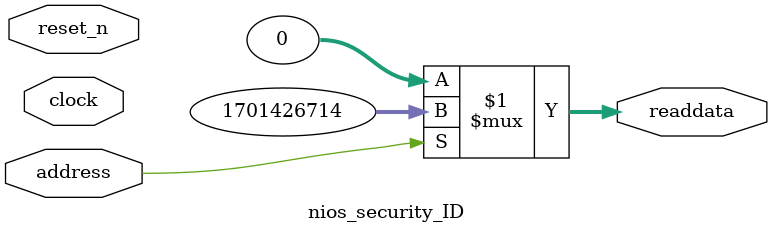
<source format=v>



// synthesis translate_off
`timescale 1ns / 1ps
// synthesis translate_on

// turn off superfluous verilog processor warnings 
// altera message_level Level1 
// altera message_off 10034 10035 10036 10037 10230 10240 10030 

module nios_security_ID (
               // inputs:
                address,
                clock,
                reset_n,

               // outputs:
                readdata
             )
;

  output  [ 31: 0] readdata;
  input            address;
  input            clock;
  input            reset_n;

  wire    [ 31: 0] readdata;
  //control_slave, which is an e_avalon_slave
  assign readdata = address ? 1701426714 : 0;

endmodule



</source>
